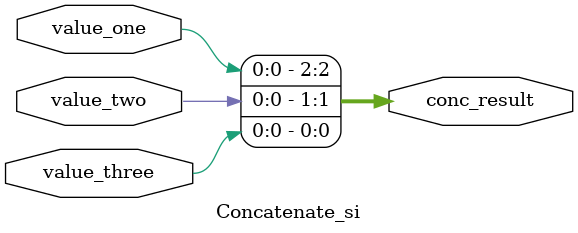
<source format=v>
module Concatenate_si(
    output reg [2:0] conc_result,
    input wire value_one,
    input wire value_two,
    input wire value_three
);
    always @(*) begin
        conc_result = {value_one, value_two, value_three};
    end
endmodule
</source>
